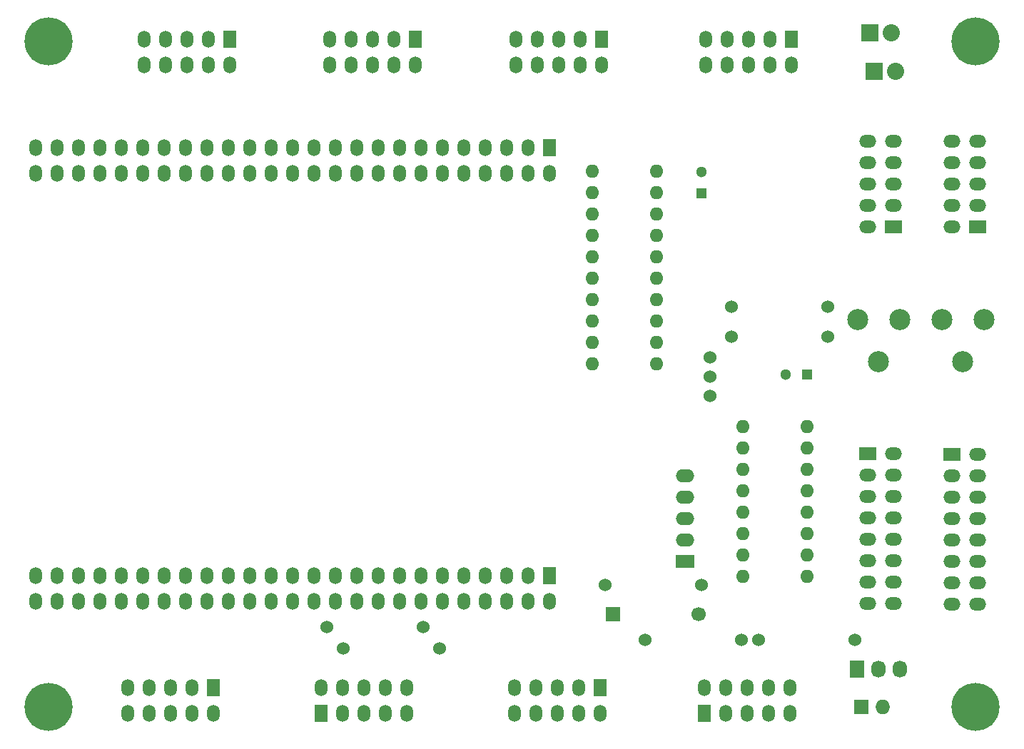
<source format=gbr>
G04 #@! TF.FileFunction,Soldermask,Top*
%FSLAX46Y46*%
G04 Gerber Fmt 4.6, Leading zero omitted, Abs format (unit mm)*
G04 Created by KiCad (PCBNEW 4.0.2-stable) date 17/08/2016 20:10:52*
%MOMM*%
G01*
G04 APERTURE LIST*
%ADD10C,0.100000*%
%ADD11O,1.600000X1.600000*%
%ADD12O,1.500000X2.000000*%
%ADD13R,1.500000X2.000000*%
%ADD14C,5.700000*%
%ADD15C,1.699260*%
%ADD16R,1.699260X1.699260*%
%ADD17R,2.032000X2.032000*%
%ADD18O,2.032000X2.032000*%
%ADD19R,1.727200X2.032000*%
%ADD20O,1.727200X2.032000*%
%ADD21R,2.199640X1.524000*%
%ADD22O,2.199640X1.524000*%
%ADD23C,1.524000*%
%ADD24C,2.499360*%
%ADD25R,1.727200X1.727200*%
%ADD26O,1.727200X1.727200*%
%ADD27O,2.000000X1.500000*%
%ADD28R,2.000000X1.500000*%
%ADD29R,1.300000X1.300000*%
%ADD30C,1.300000*%
G04 APERTURE END LIST*
D10*
D11*
X108500000Y-32380000D03*
X108500000Y-34920000D03*
X108500000Y-37460000D03*
X108500000Y-40000000D03*
X108500000Y-42540000D03*
X108500000Y-45080000D03*
X108500000Y-47620000D03*
X108500000Y-50160000D03*
X108500000Y-52700000D03*
X108500000Y-55240000D03*
X116120000Y-55240000D03*
X116120000Y-52700000D03*
X116120000Y-50160000D03*
X116120000Y-47620000D03*
X116120000Y-45080000D03*
X116120000Y-42540000D03*
X116120000Y-40000000D03*
X116120000Y-37460000D03*
X116120000Y-34920000D03*
X116120000Y-32380000D03*
X134000000Y-80500000D03*
X134000000Y-77960000D03*
X134000000Y-75420000D03*
X134000000Y-72880000D03*
X134000000Y-70340000D03*
X134000000Y-67800000D03*
X134000000Y-65260000D03*
X134000000Y-62720000D03*
X126380000Y-62720000D03*
X126380000Y-65260000D03*
X126380000Y-67800000D03*
X126380000Y-70340000D03*
X126380000Y-72880000D03*
X126380000Y-75420000D03*
X126380000Y-77960000D03*
X126380000Y-80500000D03*
D12*
X42500000Y-80380000D03*
X45040000Y-80380000D03*
X47580000Y-80380000D03*
X50120000Y-80380000D03*
X52660000Y-80380000D03*
X55200000Y-80380000D03*
X57740000Y-80380000D03*
X60280000Y-80380000D03*
X62820000Y-80380000D03*
X65360000Y-80380000D03*
X67900000Y-80380000D03*
X70440000Y-80380000D03*
X72980000Y-80380000D03*
X75520000Y-80380000D03*
X78060000Y-80380000D03*
X80600000Y-80380000D03*
X83140000Y-80380000D03*
X85680000Y-80380000D03*
X88220000Y-80380000D03*
X90760000Y-80380000D03*
X93300000Y-80380000D03*
X95840000Y-80380000D03*
X98380000Y-80380000D03*
X100920000Y-80380000D03*
D13*
X103460000Y-80380000D03*
D12*
X103460000Y-83420000D03*
X100920000Y-83420000D03*
X98380000Y-83420000D03*
X95840000Y-83420000D03*
X93300000Y-83420000D03*
X90760000Y-83420000D03*
X88220000Y-83420000D03*
X85680000Y-83420000D03*
X83140000Y-83420000D03*
X80600000Y-83420000D03*
X78060000Y-83420000D03*
X75520000Y-83420000D03*
X72980000Y-83420000D03*
X70440000Y-83420000D03*
X67900000Y-83420000D03*
X65360000Y-83420000D03*
X62820000Y-83420000D03*
X60280000Y-83420000D03*
X57740000Y-83420000D03*
X55200000Y-83420000D03*
X52660000Y-83420000D03*
X50120000Y-83420000D03*
X47580000Y-83420000D03*
X45040000Y-83420000D03*
X42500000Y-83420000D03*
X42500000Y-32620000D03*
X45040000Y-32620000D03*
X47580000Y-32620000D03*
X50120000Y-32620000D03*
X52660000Y-32620000D03*
X55200000Y-32620000D03*
X57740000Y-32620000D03*
X60280000Y-32620000D03*
X62820000Y-32620000D03*
X65360000Y-32620000D03*
X67900000Y-32620000D03*
X70440000Y-32620000D03*
X72980000Y-32620000D03*
X75520000Y-32620000D03*
X78060000Y-32620000D03*
X80600000Y-32620000D03*
X83140000Y-32620000D03*
X85680000Y-32620000D03*
X88220000Y-32620000D03*
X90760000Y-32620000D03*
X93300000Y-32620000D03*
X95840000Y-32620000D03*
X98380000Y-32620000D03*
X100920000Y-32620000D03*
X103460000Y-32620000D03*
D13*
X103460000Y-29580000D03*
D12*
X100920000Y-29580000D03*
X98380000Y-29580000D03*
X95840000Y-29580000D03*
X93300000Y-29580000D03*
X90760000Y-29580000D03*
X88220000Y-29580000D03*
X85680000Y-29580000D03*
X83140000Y-29580000D03*
X80600000Y-29580000D03*
X78060000Y-29580000D03*
X75520000Y-29580000D03*
X72980000Y-29580000D03*
X70440000Y-29580000D03*
X67900000Y-29580000D03*
X65360000Y-29580000D03*
X62820000Y-29580000D03*
X60280000Y-29580000D03*
X57740000Y-29580000D03*
X55200000Y-29580000D03*
X52660000Y-29580000D03*
X50120000Y-29580000D03*
X47580000Y-29580000D03*
X45040000Y-29580000D03*
X42500000Y-29580000D03*
D14*
X44000000Y-96000000D03*
D15*
X121160520Y-84997460D03*
D16*
X111000520Y-84997460D03*
D17*
X141500000Y-16000000D03*
D18*
X144040000Y-16000000D03*
D19*
X139960000Y-91500000D03*
D20*
X142500000Y-91500000D03*
X145040000Y-91500000D03*
D17*
X141960000Y-20500000D03*
D18*
X144500000Y-20500000D03*
D21*
X119500000Y-78660000D03*
D22*
X119500000Y-76120000D03*
X119500000Y-73580000D03*
X119500000Y-71040000D03*
X119500000Y-68500000D03*
D23*
X110070000Y-81500000D03*
X121500000Y-81500000D03*
X128285000Y-88000000D03*
X139715000Y-88000000D03*
X79000000Y-89000000D03*
X90430000Y-89000000D03*
X136500000Y-52000000D03*
X125070000Y-52000000D03*
X88430000Y-86500000D03*
X77000000Y-86500000D03*
X114785000Y-88000000D03*
X126215000Y-88000000D03*
X125070000Y-48500000D03*
X136500000Y-48500000D03*
D24*
X142500000Y-55000000D03*
X140000640Y-50001280D03*
X144999360Y-50001280D03*
X152500000Y-55000000D03*
X150000640Y-50001280D03*
X154999360Y-50001280D03*
D25*
X140460000Y-96000000D03*
D26*
X143000000Y-96000000D03*
D23*
X122500000Y-56786000D03*
X122500000Y-59072000D03*
X122500000Y-54500000D03*
D27*
X144250000Y-28840000D03*
X141210000Y-28840000D03*
X141210000Y-31380000D03*
X144250000Y-31380000D03*
D28*
X144250000Y-39000000D03*
D27*
X141210000Y-39000000D03*
X144250000Y-36460000D03*
X141210000Y-36460000D03*
X144250000Y-33920000D03*
X141210000Y-33920000D03*
D12*
X77340000Y-16750000D03*
X77340000Y-19790000D03*
X79880000Y-19790000D03*
X79880000Y-16750000D03*
D13*
X87500000Y-16750000D03*
D12*
X87500000Y-19790000D03*
X84960000Y-16750000D03*
X84960000Y-19790000D03*
X82420000Y-16750000D03*
X82420000Y-19790000D03*
X53380000Y-93710000D03*
X53380000Y-96750000D03*
X55920000Y-96750000D03*
X55920000Y-93710000D03*
D13*
X63540000Y-93710000D03*
D12*
X63540000Y-96750000D03*
X61000000Y-93710000D03*
X61000000Y-96750000D03*
X58460000Y-93710000D03*
X58460000Y-96750000D03*
X99340000Y-93710000D03*
X99340000Y-96750000D03*
X101880000Y-96750000D03*
X101880000Y-93710000D03*
D13*
X109500000Y-93710000D03*
D12*
X109500000Y-96750000D03*
X106960000Y-93710000D03*
X106960000Y-96750000D03*
X104420000Y-93710000D03*
X104420000Y-96750000D03*
X55340000Y-16710000D03*
X55340000Y-19750000D03*
X57880000Y-19750000D03*
X57880000Y-16710000D03*
D13*
X65500000Y-16710000D03*
D12*
X65500000Y-19750000D03*
X62960000Y-16710000D03*
X62960000Y-19750000D03*
X60420000Y-16710000D03*
X60420000Y-19750000D03*
D27*
X154250000Y-28840000D03*
X151210000Y-28840000D03*
X151210000Y-31380000D03*
X154250000Y-31380000D03*
D28*
X154250000Y-39000000D03*
D27*
X151210000Y-39000000D03*
X154250000Y-36460000D03*
X151210000Y-36460000D03*
X154250000Y-33920000D03*
X151210000Y-33920000D03*
D12*
X99500000Y-16710000D03*
X99500000Y-19750000D03*
X102040000Y-19750000D03*
X102040000Y-16710000D03*
D13*
X109660000Y-16710000D03*
D12*
X109660000Y-19750000D03*
X107120000Y-16710000D03*
X107120000Y-19750000D03*
X104580000Y-16710000D03*
X104580000Y-19750000D03*
X121960000Y-16750000D03*
X121960000Y-19790000D03*
X124500000Y-19790000D03*
X124500000Y-16750000D03*
D13*
X132120000Y-16750000D03*
D12*
X132120000Y-19790000D03*
X129580000Y-16750000D03*
X129580000Y-19790000D03*
X127040000Y-16750000D03*
X127040000Y-19790000D03*
X86500000Y-96750000D03*
X86500000Y-93710000D03*
X83960000Y-93710000D03*
X83960000Y-96750000D03*
D13*
X76340000Y-96750000D03*
D12*
X76340000Y-93710000D03*
X78880000Y-96750000D03*
X78880000Y-93710000D03*
X81420000Y-96750000D03*
X81420000Y-93710000D03*
X132000000Y-96750000D03*
X132000000Y-93710000D03*
X129460000Y-93710000D03*
X129460000Y-96750000D03*
D13*
X121840000Y-96750000D03*
D12*
X121840000Y-93710000D03*
X124380000Y-96750000D03*
X124380000Y-93710000D03*
X126920000Y-96750000D03*
X126920000Y-93710000D03*
D27*
X144250000Y-83700000D03*
X141210000Y-83700000D03*
X141210000Y-81160000D03*
X144250000Y-81160000D03*
X144250000Y-78620000D03*
X141210000Y-78620000D03*
X141210000Y-76080000D03*
X144250000Y-76080000D03*
X144250000Y-73540000D03*
X141210000Y-73540000D03*
D28*
X141210000Y-65920000D03*
D27*
X144250000Y-65920000D03*
X141210000Y-68460000D03*
X144250000Y-68460000D03*
X141210000Y-71000000D03*
X144250000Y-71000000D03*
X154250000Y-83780000D03*
X151210000Y-83780000D03*
X151210000Y-81240000D03*
X154250000Y-81240000D03*
X154250000Y-78700000D03*
X151210000Y-78700000D03*
X151210000Y-76160000D03*
X154250000Y-76160000D03*
X154250000Y-73620000D03*
X151210000Y-73620000D03*
D28*
X151210000Y-66000000D03*
D27*
X154250000Y-66000000D03*
X151210000Y-68540000D03*
X154250000Y-68540000D03*
X151210000Y-71080000D03*
X154250000Y-71080000D03*
D14*
X154000000Y-17000000D03*
X44000000Y-17000000D03*
X154000000Y-96000000D03*
D29*
X134000000Y-56500000D03*
D30*
X131500000Y-56500000D03*
D29*
X121500000Y-35000000D03*
D30*
X121500000Y-32500000D03*
M02*

</source>
